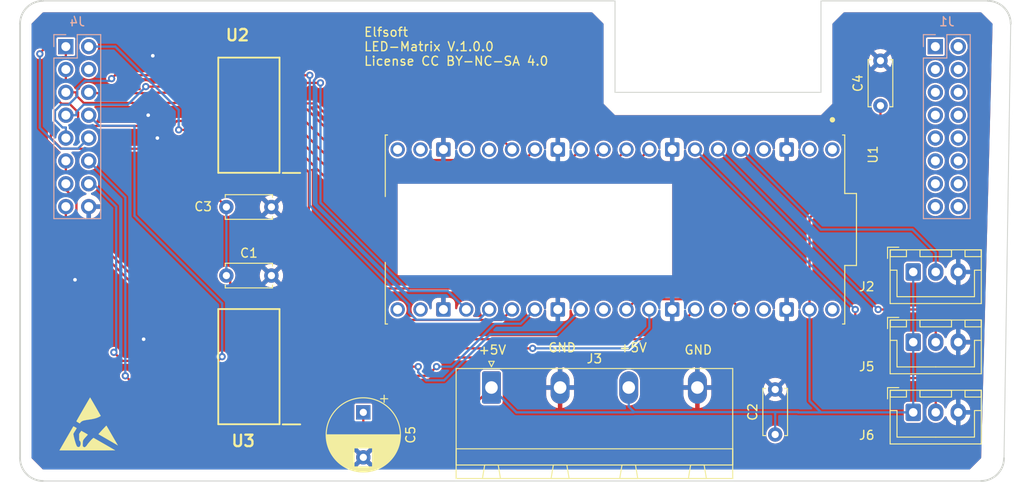
<source format=kicad_pcb>
(kicad_pcb (version 20240108) (generator "pcbnew") (generator_version "8.0")
  (layers (0 "F.Cu" signal) (31 "B.Cu" signal) (34 "B.Paste" user) (35 "F.Paste" user) (36 "B.SilkS" user "B.Silkscreen") (37 "F.SilkS" user "F.Silkscreen") (38 "B.Mask" user) (39 "F.Mask" user) (44 "Edge.Cuts" user))
  (net 0 "")
  (net 1 "+5V")
  (net 2 "GND")
  (net 3 "/RED0")
  (net 4 "/GREEN0")
  (net 5 "/BLUE0")
  (net 7 "/RED1")
  (net 8 "/GREEN1")
  (net 9 "/BLUE1")
  (net 10 "/ADR4")
  (net 11 "/ADR0")
  (net 12 "/ADR1")
  (net 13 "/ADR2")
  (net 14 "/ADR3")
  (net 15 "/LED_CLOCK")
  (net 16 "/LED_LATCH")
  (net 17 "/LED_OE")
  (net 18 "Net-(J5-Pin_2)")
  (net 19 "Net-(J6-Pin_2)")
  (net 20 "Net-(J2-Pin_2)")
  (net 24 "/R1")
  (net 25 "/G1")
  (net 26 "/B1")
  (net 27 "/R2")
  (net 28 "/G2")
  (net 29 "/B2")
  (net 36 "/A0")
  (net 37 "/A1")
  (net 38 "/A2")
  (net 39 "/A3")
  (net 40 "/A4")
  (net 42 "/Latch")
  (net 43 "/OE")
  (net 44 "/Clock")
  (net 46 "+3.3V")
  (footprint "Capacitor_THT:C_Disc_D5.0mm_W2.5mm_P5.00mm" (layer "F.Cu") (at 121.96 78.78)
    (property "Reference" "C1" (at 2.5 -2.5 0) (layer "F.SilkS"))
    (property "Value" "100n")
    (pad "1" thru_hole circle (at 0 0) (size 1.6 1.6) (drill 0.8) (layers "*.Cu" "*.Mask") (net 1 "+5V"))
    (pad "2" thru_hole circle (at 5 0) (size 1.6 1.6) (drill 0.8) (layers "*.Cu" "*.Mask") (net 2 "GND"))
  )
  (footprint "Capacitor_THT:C_Disc_D5.0mm_W2.5mm_P5.00mm" (layer "F.Cu") (at 194.564 59.904 90)
    (property "Reference" "C4" (at 2.5 -2.5 -90) (layer "F.SilkS"))
    (property "Value" "100n")
    (pad "1" thru_hole circle (at 0 0 90) (size 1.6 1.6) (drill 0.8) (layers "*.Cu" "*.Mask") (net 1 "+5V"))
    (pad "2" thru_hole circle (at 5 0 90) (size 1.6 1.6) (drill 0.8) (layers "*.Cu" "*.Mask") (net 2 "GND"))
  )
  (footprint "Connector_Phoenix_GMSTB:PhoenixContact_GMSTBA_2,5_4-G-7,62_1x04_P7.62mm_Horizontal" (layer "F.Cu") (at 151.384 91.2185)
    (property "Reference" "J3" (at 11.43 -3.2 0) (layer "F.SilkS"))
    (property "Value" "Screw_Terminal_01x04" (hide yes))
    (pad "1" thru_hole roundrect (at 0 0) (size 2.1 3.6) (drill 1.4) (layers "*.Cu" "*.Mask") (roundrect_rratio 0.119048) (net 1 "+5V"))
    (pad "2" thru_hole oval (at 7.62 0) (size 2.1 3.6) (drill 1.4) (layers "*.Cu" "*.Mask") (net 2 "GND"))
    (pad "3" thru_hole oval (at 15.24 0) (size 2.1 3.6) (drill 1.4) (layers "*.Cu" "*.Mask") (net 1 "+5V"))
    (pad "4" thru_hole oval (at 22.86 0) (size 2.1 3.6) (drill 1.4) (layers "*.Cu" "*.Mask") (net 2 "GND"))
  )
  (footprint "Symbol:ESD-Logo_6.6x6mm_SilkScreen" (layer "F.Cu") (at 106.68 95.25)
    (property "Reference" "LOGO2" (hide yes))
    (property "Value" "ESD-Logo_6.6x6mm_SilkScreen" (hide yes))
  )
  (footprint "my_library:MODULE_SC0918" (layer "F.Cu") (at 165.1 73.66 -90)
    (property "Reference" "U1" (at -8.325 -28.635 90) (layer "F.SilkS"))
    (property "Value" "Raspberry-Pico")
    (pad "1" thru_hole circle (at -8.89 -24.13 270) (size 1.6 1.6) (drill 1) (layers "*.Cu" "*.Mask"))
    (pad "2" thru_hole circle (at -8.89 -21.59 270) (size 1.6 1.6) (drill 1) (layers "*.Cu" "*.Mask"))
    (pad "3" thru_hole roundrect (at -8.89 -19.05 270) (size 1.6 1.6) (drill 1) (layers "*.Cu" "*.Mask") (roundrect_rratio 0.125) (net 2 "GND"))
    (pad "4" thru_hole circle (at -8.89 -16.51 270) (size 1.6 1.6) (drill 1) (layers "*.Cu" "*.Mask"))
    (pad "5" thru_hole circle (at -8.89 -13.97 270) (size 1.6 1.6) (drill 1) (layers "*.Cu" "*.Mask") (net 20 "Net-(J2-Pin_2)"))
    (pad "6" thru_hole circle (at -8.89 -11.43 270) (size 1.6 1.6) (drill 1) (layers "*.Cu" "*.Mask") (net 18 "Net-(J5-Pin_2)"))
    (pad "7" thru_hole circle (at -8.89 -8.89 270) (size 1.6 1.6) (drill 1) (layers "*.Cu" "*.Mask") (net 19 "Net-(J6-Pin_2)"))
    (pad "8" thru_hole roundrect (at -8.89 -6.35 270) (size 1.6 1.6) (drill 1) (layers "*.Cu" "*.Mask") (roundrect_rratio 0.125) (net 2 "GND"))
    (pad "9" thru_hole circle (at -8.89 -3.81 270) (size 1.6 1.6) (drill 1) (layers "*.Cu" "*.Mask") (net 24 "/R1"))
    (pad "10" thru_hole circle (at -8.89 -1.27 270) (size 1.6 1.6) (drill 1) (layers "*.Cu" "*.Mask") (net 25 "/G1"))
    (pad "11" thru_hole circle (at -8.89 1.27 270) (size 1.6 1.6) (drill 1) (layers "*.Cu" "*.Mask") (net 26 "/B1"))
    (pad "12" thru_hole circle (at -8.89 3.81 270) (size 1.6 1.6) (drill 1) (layers "*.Cu" "*.Mask") (net 27 "/R2"))
    (pad "13" thru_hole roundrect (at -8.89 6.35 270) (size 1.6 1.6) (drill 1) (layers "*.Cu" "*.Mask") (roundrect_rratio 0.125) (net 2 "GND"))
    (pad "14" thru_hole circle (at -8.89 8.89 270) (size 1.6 1.6) (drill 1) (layers "*.Cu" "*.Mask") (net 28 "/G2"))
    (pad "15" thru_hole circle (at -8.89 11.43 270) (size 1.6 1.6) (drill 1) (layers "*.Cu" "*.Mask") (net 29 "/B2"))
    (pad "16" thru_hole circle (at -8.848119 13.97 270) (size 1.6 1.6) (drill 1) (layers "*.Cu" "*.Mask"))
    (pad "17" thru_hole circle (at -8.89 16.51 270) (size 1.6 1.6) (drill 1) (layers "*.Cu" "*.Mask"))
    (pad "18" thru_hole roundrect (at -8.89 19.05 270) (size 1.6 1.6) (drill 1) (layers "*.Cu" "*.Mask") (roundrect_rratio 0.125) (net 2 "GND"))
    (pad "19" thru_hole circle (at -8.89 21.59 270) (size 1.6 1.6) (drill 1) (layers "*.Cu" "*.Mask"))
    (pad "20" thru_hole circle (at -8.89 24.13 270) (size 1.6 1.6) (drill 1) (layers "*.Cu" "*.Mask"))
    (pad "21" thru_hole circle (at 8.89 24.13 270) (size 1.6 1.6) (drill 1) (layers "*.Cu" "*.Mask"))
    (pad "22" thru_hole circle (at 8.89 21.59 270) (size 1.6 1.6) (drill 1) (layers "*.Cu" "*.Mask"))
    (pad "23" thru_hole roundrect (at 8.89 19.05 270) (size 1.6 1.6) (drill 1) (layers "*.Cu" "*.Mask") (roundrect_rratio 0.125) (net 2 "GND"))
    (pad "24" thru_hole circle (at 8.89 16.51 270) (size 1.6 1.6) (drill 1) (layers "*.Cu" "*.Mask") (net 36 "/A0"))
    (pad "25" thru_hole circle (at 8.89 13.97 270) (size 1.6 1.6) (drill 1) (layers "*.Cu" "*.Mask") (net 37 "/A1"))
    (pad "26" thru_hole circle (at 8.89 11.43 270) (size 1.6 1.6) (drill 1) (layers "*.Cu" "*.Mask") (net 38 "/A2"))
    (pad "27" thru_hole circle (at 8.89 8.89 270) (size 1.6 1.6) (drill 1) (layers "*.Cu" "*.Mask") (net 39 "/A3"))
    (pad "28" thru_hole roundrect (at 8.89 6.35 270) (size 1.6 1.6) (drill 1) (layers "*.Cu" "*.Mask") (roundrect_rratio 0.125) (net 2 "GND"))
    (pad "29" thru_hole circle (at 8.89 3.81 270) (size 1.6 1.6) (drill 1) (layers "*.Cu" "*.Mask") (net 40 "/A4"))
    (pad "30" thru_hole circle (at 8.89 1.27 270) (size 1.6 1.6) (drill 1) (layers "*.Cu" "*.Mask"))
    (pad "31" thru_hole circle (at 8.89 -1.27 270) (size 1.6 1.6) (drill 1) (layers "*.Cu" "*.Mask") (net 42 "/Latch"))
    (pad "32" thru_hole circle (at 8.89 -3.81 270) (size 1.6 1.6) (drill 1) (layers "*.Cu" "*.Mask") (net 43 "/OE"))
    (pad "33" thru_hole roundrect (at 8.89 -6.35 270) (size 1.6 1.6) (drill 1) (layers "*.Cu" "*.Mask") (roundrect_rratio 0.125) (net 2 "GND"))
    (pad "34" thru_hole circle (at 8.89 -8.89 270) (size 1.6 1.6) (drill 1) (layers "*.Cu" "*.Mask") (net 44 "/Clock"))
    (pad "35" thru_hole circle (at 8.89 -11.43 270) (size 1.6 1.6) (drill 1) (layers "*.Cu" "*.Mask"))
    (pad "36" thru_hole circle (at 8.89 -13.97 270) (size 1.6 1.6) (drill 1) (layers "*.Cu" "*.Mask") (net 46 "+3.3V"))
    (pad "37" thru_hole circle (at 8.89 -16.51 270) (size 1.6 1.6) (drill 1) (layers "*.Cu" "*.Mask"))
    (pad "38" thru_hole roundrect (at 8.89 -19.05 270) (size 1.6 1.6) (drill 1) (layers "*.Cu" "*.Mask") (roundrect_rratio 0.125) (net 2 "GND"))
    (pad "39" thru_hole circle (at 8.89 -21.59 270) (size 1.6 1.6) (drill 1) (layers "*.Cu" "*.Mask") (net 1 "+5V"))
    (pad "40" thru_hole circle (at 8.89 -24.13 270) (size 1.6 1.6) (drill 1) (layers "*.Cu" "*.Mask"))
  )
  (footprint "Capacitor_THT:C_Disc_D5.0mm_W2.5mm_P5.00mm" (layer "F.Cu") (at 121.96 71.16)
    (property "Reference" "C3" (at -2.58 -0.04 0) (layer "F.SilkS"))
    (property "Value" "100n")
    (pad "1" thru_hole circle (at 0 0) (size 1.6 1.6) (drill 0.8) (layers "*.Cu" "*.Mask") (net 1 "+5V"))
    (pad "2" thru_hole circle (at 5 0) (size 1.6 1.6) (drill 0.8) (layers "*.Cu" "*.Mask") (net 2 "GND"))
  )
  (footprint "Connector_JST:JST_XH_B3B-XH-A_1x03_P2.50mm_Vertical" (layer "F.Cu") (at 198.2 86.18)
    (property "Reference" "J5" (at -5.16 2.72 0) (layer "F.SilkS"))
    (property "Value" "Conn_01x03_Pin" (hide yes))
    (pad "1" thru_hole roundrect (at 0 0) (size 1.7 1.95) (drill 0.95) (layers "*.Cu" "*.Mask") (roundrect_rratio 0.147059) (net 1 "+5V"))
    (pad "2" thru_hole oval (at 2.5 0) (size 1.7 1.95) (drill 0.95) (layers "*.Cu" "*.Mask") (net 18 "Net-(J5-Pin_2)"))
    (pad "3" thru_hole oval (at 5 0) (size 1.7 1.95) (drill 0.95) (layers "*.Cu" "*.Mask") (net 2 "GND"))
  )
  (footprint "Capacitor_THT:C_Disc_D5.0mm_W2.5mm_P5.00mm" (layer "F.Cu") (at 182.88 96.44 90)
    (property "Reference" "C2" (at 2.5 -2.5 90) (layer "F.SilkS"))
    (property "Value" "100n")
    (pad "1" thru_hole circle (at 0 0 90) (size 1.6 1.6) (drill 0.8) (layers "*.Cu" "*.Mask") (net 1 "+5V"))
    (pad "2" thru_hole circle (at 5 0 90) (size 1.6 1.6) (drill 0.8) (layers "*.Cu" "*.Mask") (net 2 "GND"))
  )
  (footprint "my_library:SOIC127P1032X265-20N" (layer "F.Cu") (at 124.46 88.9 180)
    (property "Reference" "U3" (at 0.635 -8.255 180) (layer "F.SilkS") (effects (font (size 1.27 1.27) (thickness 0.254))))
    (property "Value" "74HC245" (hide yes))
    (pad "1" smd rect (at -4.725 -5.715 270) (size 0.7 1.95) (layers "F.Cu" "F.Paste" "F.Mask") (net 46 "+3.3V"))
    (pad "2" smd rect (at -4.725 -4.445 270) (size 0.7 1.95) (layers "F.Cu" "F.Paste" "F.Mask") (net 38 "/A2"))
    (pad "3" smd rect (at -4.725 -3.175 270) (size 0.7 1.95) (layers "F.Cu" "F.Paste" "F.Mask") (net 39 "/A3"))
    (pad "4" smd rect (at -4.725 -1.905 270) (size 0.7 1.95) (layers "F.Cu" "F.Paste" "F.Mask") (net 40 "/A4"))
    (pad "5" smd rect (at -4.725 -0.635 270) (size 0.7 1.95) (layers "F.Cu" "F.Paste" "F.Mask") (net 42 "/Latch"))
    (pad "6" smd rect (at -4.725 0.635 270) (size 0.7 1.95) (layers "F.Cu" "F.Paste" "F.Mask") (net 43 "/OE"))
    (pad "7" smd rect (at -4.725 1.905 270) (size 0.7 1.95) (layers "F.Cu" "F.Paste" "F.Mask") (net 44 "/Clock"))
    (pad "8" smd rect (at -4.725 3.175 270) (size 0.7 1.95) (layers "F.Cu" "F.Paste" "F.Mask"))
    (pad "9" smd rect (at -4.725 4.445 270) (size 0.7 1.95) (layers "F.Cu" "F.Paste" "F.Mask"))
    (pad "10" smd rect (at -4.725 5.715 270) (size 0.7 1.95) (layers "F.Cu" "F.Paste" "F.Mask") (net 2 "GND"))
    (pad "11" smd rect (at 4.725 5.715 270) (size 0.7 1.95) (layers "F.Cu" "F.Paste" "F.Mask"))
    (pad "12" smd rect (at 4.725 4.445 270) (size 0.7 1.95) (layers "F.Cu" "F.Paste" "F.Mask"))
    (pad "13" smd rect (at 4.725 3.175 270) (size 0.7 1.95) (layers "F.Cu" "F.Paste" "F.Mask") (net 15 "/LED_CLOCK"))
    (pad "14" smd rect (at 4.725 1.905 270) (size 0.7 1.95) (layers "F.Cu" "F.Paste" "F.Mask") (net 17 "/LED_OE"))
    (pad "15" smd rect (at 4.725 0.635 270) (size 0.7 1.95) (layers "F.Cu" "F.Paste" "F.Mask") (net 16 "/LED_LATCH"))
    (pad "16" smd rect (at 4.725 -0.635 270) (size 0.7 1.95) (layers "F.Cu" "F.Paste" "F.Mask") (net 10 "/ADR4"))
    (pad "17" smd rect (at 4.725 -1.905 270) (size 0.7 1.95) (layers "F.Cu" "F.Paste" "F.Mask") (net 14 "/ADR3"))
    (pad "18" smd rect (at 4.725 -3.175 270) (size 0.7 1.95) (layers "F.Cu" "F.Paste" "F.Mask") (net 13 "/ADR2"))
    (pad "19" smd rect (at 4.725 -4.445 270) (size 0.7 1.95) (layers "F.Cu" "F.Paste" "F.Mask") (net 2 "GND"))
    (pad "20" smd rect (at 4.725 -5.715 270) (size 0.7 1.95) (layers "F.Cu" "F.Paste" "F.Mask") (net 1 "+5V"))
  )
  (footprint "Connector_JST:JST_XH_B3B-XH-A_1x03_P2.50mm_Vertical" (layer "F.Cu") (at 198.2 93.98)
    (property "Reference" "J6" (at -5.16 2.54 0) (layer "F.SilkS"))
    (property "Value" "Conn_01x03_Pin" (hide yes))
    (pad "1" thru_hole roundrect (at 0 0) (size 1.7 1.95) (drill 0.95) (layers "*.Cu" "*.Mask") (roundrect_rratio 0.147059) (net 1 "+5V"))
    (pad "2" thru_hole oval (at 2.5 0) (size 1.7 1.95) (drill 0.95) (layers "*.Cu" "*.Mask") (net 19 "Net-(J6-Pin_2)"))
    (pad "3" thru_hole oval (at 5 0) (size 1.7 1.95) (drill 0.95) (layers "*.Cu" "*.Mask") (net 2 "GND"))
  )
  (footprint "my_library:SOIC127P1032X265-20N" (layer "F.Cu") (at 124.46 60.96 180)
    (property "Reference" "U2" (at 1.27 8.89 180) (layer "F.SilkS") (effects (font (size 1.27 1.27) (thickness 0.254))))
    (property "Value" "74HC245" (hide yes))
    (pad "1" smd rect (at -4.725 -5.715 270) (size 0.7 1.95) (layers "F.Cu" "F.Paste" "F.Mask") (net 46 "+3.3V"))
    (pad "2" smd rect (at -4.725 -4.445 270) (size 0.7 1.95) (layers "F.Cu" "F.Paste" "F.Mask") (net 24 "/R1"))
    (pad "3" smd rect (at -4.725 -3.175 270) (size 0.7 1.95) (layers "F.Cu" "F.Paste" "F.Mask") (net 25 "/G1"))
    (pad "4" smd rect (at -4.725 -1.905 270) (size 0.7 1.95) (layers "F.Cu" "F.Paste" "F.Mask") (net 26 "/B1"))
    (pad "5" smd rect (at -4.725 -0.635 270) (size 0.7 1.95) (layers "F.Cu" "F.Paste" "F.Mask") (net 27 "/R2"))
    (pad "6" smd rect (at -4.725 0.635 270) (size 0.7 1.95) (layers "F.Cu" "F.Paste" "F.Mask") (net 28 "/G2"))
    (pad "7" smd rect (at -4.725 1.905 270) (size 0.7 1.95) (layers "F.Cu" "F.Paste" "F.Mask") (net 29 "/B2"))
    (pad "8" smd rect (at -4.725 3.175 270) (size 0.7 1.95) (layers "F.Cu" "F.Paste" "F.Mask") (net 36 "/A0"))
    (pad "9" smd rect (at -4.725 4.445 270) (size 0.7 1.95) (layers "F.Cu" "F.Paste" "F.Mask") (net 37 "/A1"))
    (pad "10" smd rect (at -4.725 5.715 270) (size 0.7 1.95) (layers "F.Cu" "F.Paste" "F.Mask") (net 2 "GND"))
    (pad "11" smd rect (at 4.725 5.715 270) (size 0.7 1.95) (layers "F.Cu" "F.Paste" "F.Mask") (net 12 "/ADR1"))
    (pad "12" smd rect (at 4.725 4.445 270) (size 0.7 1.95) (layers "F.Cu" "F.Paste" "F.Mask") (net 11 "/ADR0"))
    (pad "13" smd rect (at 4.725 3.175 270) (size 0.7 1.95) (layers "F.Cu" "F.Paste" "F.Mask") (net 9 "/BLUE1"))
    (pad "14" smd rect (at 4.725 1.905 270) (size 0.7 1.95) (layers "F.Cu" "F.Paste" "F.Mask") (net 8 "/GREEN1"))
    (pad "15" smd rect (at 4.725 0.635 270) (size 0.7 1.95) (layers "F.Cu" "F.Paste" "F.Mask") (net 7 "/RED1"))
    (pad "16" smd rect (at 4.725 -0.635 270) (size 0.7 1.95) (layers "F.Cu" "F.Paste" "F.Mask") (net 5 "/BLUE0"))
    (pad "17" smd rect (at 4.725 -1.905 270) (size 0.7 1.95) (layers "F.Cu" "F.Paste" "F.Mask") (net 4 "/GREEN0"))
    (pad "18" smd rect (at 4.725 -3.175 270) (size 0.7 1.95) (layers "F.Cu" "F.Paste" "F.Mask") (net 3 "/RED0"))
    (pad "19" smd rect (at 4.725 -4.445 270) (size 0.7 1.95) (layers "F.Cu" "F.Paste" "F.Mask") (net 2 "GND"))
    (pad "20" smd rect (at 4.725 -5.715 270) (size 0.7 1.95) (layers "F.Cu" "F.Paste" "F.Mask") (net 1 "+5V"))
  )
  (footprint "Capacitor_THT:CP_Radial_D8.0mm_P5.00mm" (layer "F.Cu") (at 137.16 93.98 -90)
    (property "Reference" "C5" (at 2.5 -5.25 90) (layer "F.SilkS"))
    (property "Value" "22u" (hide yes))
    (pad "1" thru_hole rect (at 0 0 270) (size 1.6 1.6) (drill 0.8) (layers "*.Cu" "*.Mask") (net 1 "+5V"))
    (pad "2" thru_hole circle (at 5 0 270) (size 1.6 1.6) (drill 0.8) (layers "*.Cu" "*.Mask") (net 2 "GND"))
  )
  (footprint "Connector_JST:JST_XH_B3B-XH-A_1x03_P2.50mm_Vertical" (layer "F.Cu") (at 198.2 78.38)
    (property "Reference" "J2" (at -5.16 1.63 0) (layer "F.SilkS"))
    (property "Value" "Conn_01x03_Pin" (hide yes))
    (pad "1" thru_hole roundrect (at 0 0) (size 1.7 1.95) (drill 0.95) (layers "*.Cu" "*.Mask") (roundrect_rratio 0.147059) (net 1 "+5V"))
    (pad "2" thru_hole oval (at 2.5 0) (size 1.7 1.95) (drill 0.95) (layers "*.Cu" "*.Mask") (net 20 "Net-(J2-Pin_2)"))
    (pad "3" thru_hole oval (at 5 0) (size 1.7 1.95) (drill 0.95) (layers "*.Cu" "*.Mask") (net 2 "GND"))
  )
  (footprint "Connector_PinSocket_2.54mm:PinSocket_2x08_P2.54mm_Vertical" (layer "B.Cu") (at 104.14 53.34 180)
    (property "Reference" "J4" (at -1.27 2.77 180) (layer "B.SilkS") (effects (justify mirror)))
    (property "Value" "Conn_02x08_Odd_Even")
    (pad "1" thru_hole rect (at 0 0 180) (size 1.7 1.7) (drill 1) (layers "*.Cu" "*.Mask") (net 3 "/RED0"))
    (pad "2" thru_hole oval (at -2.54 0 180) (size 1.7 1.7) (drill 1) (layers "*.Cu" "*.Mask") (net 4 "/GREEN0"))
    (pad "3" thru_hole oval (at 0 -2.54 180) (size 1.7 1.7) (drill 1) (layers "*.Cu" "*.Mask") (net 5 "/BLUE0"))
    (pad "4" thru_hole oval (at -2.54 -2.54 180) (size 1.7 1.7) (drill 1) (layers "*.Cu" "*.Mask"))
    (pad "5" thru_hole oval (at 0 -5.08 180) (size 1.7 1.7) (drill 1) (layers "*.Cu" "*.Mask") (net 7 "/RED1"))
    (pad "6" thru_hole oval (at -2.54 -5.08 180) (size 1.7 1.7) (drill 1) (layers "*.Cu" "*.Mask") (net 8 "/GREEN1"))
    (pad "7" thru_hole oval (at 0 -7.62 180) (size 1.7 1.7) (drill 1) (layers "*.Cu" "*.Mask") (net 9 "/BLUE1"))
    (pad "8" thru_hole oval (at -2.54 -7.62 180) (size 1.7 1.7) (drill 1) (layers "*.Cu" "*.Mask") (net 10 "/ADR4"))
    (pad "9" thru_hole oval (at 0 -10.16 180) (size 1.7 1.7) (drill 1) (layers "*.Cu" "*.Mask") (net 11 "/ADR0"))
    (pad "10" thru_hole oval (at -2.54 -10.16 180) (size 1.7 1.7) (drill 1) (layers "*.Cu" "*.Mask") (net 12 "/ADR1"))
    (pad "11" thru_hole oval (at 0 -12.7 180) (size 1.7 1.7) (drill 1) (layers "*.Cu" "*.Mask") (net 13 "/ADR2"))
    (pad "12" thru_hole oval (at -2.54 -12.7 180) (size 1.7 1.7) (drill 1) (layers "*.Cu" "*.Mask") (net 14 "/ADR3"))
    (pad "13" thru_hole oval (at 0 -15.24 180) (size 1.7 1.7) (drill 1) (layers "*.Cu" "*.Mask") (net 15 "/LED_CLOCK"))
    (pad "14" thru_hole oval (at -2.54 -15.24 180) (size 1.7 1.7) (drill 1) (layers "*.Cu" "*.Mask") (net 16 "/LED_LATCH"))
    (pad "15" thru_hole oval (at 0 -17.78 180) (size 1.7 1.7) (drill 1) (layers "*.Cu" "*.Mask") (net 17 "/LED_OE"))
    (pad "16" thru_hole oval (at -2.54 -17.78 180) (size 1.7 1.7) (drill 1) (layers "*.Cu" "*.Mask") (net 2 "GND"))
  )
  (footprint "Connector_PinSocket_2.54mm:PinSocket_2x08_P2.54mm_Vertical" (layer "B.Cu") (at 200.66 53.34 180)
    (property "Reference" "J1" (at -1.27 2.77 180) (layer "B.SilkS") (effects (justify mirror)))
    (property "Value" "Conn_02x08_Odd_Even")
    (pad "1" thru_hole rect (at 0 0 180) (size 1.7 1.7) (drill 1) (layers "*.Cu" "*.Mask"))
    (pad "2" thru_hole oval (at -2.54 0 180) (size 1.7 1.7) (drill 1) (layers "*.Cu" "*.Mask"))
    (pad "3" thru_hole oval (at 0 -2.54 180) (size 1.7 1.7) (drill 1) (layers "*.Cu" "*.Mask"))
    (pad "4" thru_hole oval (at -2.54 -2.54 180) (size 1.7 1.7) (drill 1) (layers "*.Cu" "*.Mask"))
    (pad "5" thru_hole oval (at 0 -5.08 180) (size 1.7 1.7) (drill 1) (layers "*.Cu" "*.Mask"))
    (pad "6" thru_hole oval (at -2.54 -5.08 180) (size 1.7 1.7) (drill 1) (layers "*.Cu" "*.Mask"))
    (pad "7" thru_hole oval (at 0 -7.62 180) (size 1.7 1.7) (drill 1) (layers "*.Cu" "*.Mask"))
    (pad "8" thru_hole oval (at -2.54 -7.62 180) (size 1.7 1.7) (drill 1) (layers "*.Cu" "*.Mask"))
    (pad "9" thru_hole oval (at 0 -10.16 180) (size 1.7 1.7) (drill 1) (layers "*.Cu" "*.Mask"))
    (pad "10" thru_hole oval (at -2.54 -10.16 180) (size 1.7 1.7) (drill 1) (layers "*.Cu" "*.Mask"))
    (pad "11" thru_hole oval (at 0 -12.7 180) (size 1.7 1.7) (drill 1) (layers "*.Cu" "*.Mask"))
    (pad "12" thru_hole oval (at -2.54 -12.7 180) (size 1.7 1.7) (drill 1) (layers "*.Cu" "*.Mask"))
    (pad "13" thru_hole oval (at 0 -15.24 180) (size 1.7 1.7) (drill 1) (layers "*.Cu" "*.Mask"))
    (pad "14" thru_hole oval (at -2.54 -15.24 180) (size 1.7 1.7) (drill 1) (layers "*.Cu" "*.Mask"))
    (pad "15" thru_hole oval (at 0 -17.78 180) (size 1.7 1.7) (drill 1) (layers "*.Cu" "*.Mask"))
    (pad "16" thru_hole oval (at -2.54 -17.78 180) (size 1.7 1.7) (drill 1) (layers "*.Cu" "*.Mask"))
  )
  (gr_line (start 165.1 58.42) (end 187.96 58.42) (stroke (width 0.1)) (layer "Edge.Cuts"))
  (gr_line (start 99.06 50.8) (end 99.06 99.06) (stroke (width 0.2)) (layer "Edge.Cuts"))
  (gr_arc (start 206.483949 48.26) (mid 208.28 49.003949) (end 209.023949 50.8) (stroke (width 0.2)) (layer "Edge.Cuts"))
  (gr_line (start 165.1 58.42) (end 165.1 48.26) (stroke (width 0.1)) (layer "Edge.Cuts"))
  (gr_arc (start 99.06 50.8) (mid 99.803949 49.003949) (end 101.6 48.26) (stroke (width 0.2)) (layer "Edge.Cuts"))
  (gr_line (start 209.023949 50.8) (end 208.28 99.06) (stroke (width 0.1)) (layer "Edge.Cuts"))
  (gr_arc (start 208.28 99.06) (mid 207.536051 100.856051) (end 205.74 101.6) (stroke (width 0.2)) (layer "Edge.Cuts"))
  (gr_line (start 206.483949 48.26) (end 187.96 48.26) (stroke (width 0.1)) (layer "Edge.Cuts"))
  (gr_line (start 187.96 58.42) (end 187.96 48.26) (stroke (width 0.1)) (layer "Edge.Cuts"))
  (gr_line (start 205.74 101.6) (end 101.6 101.6) (stroke (width 0.1)) (layer "Edge.Cuts"))
  (gr_line (start 165.1 48.26) (end 101.6 48.26) (stroke (width 0.1)) (layer "Edge.Cuts"))
  (gr_arc (start 101.6 101.6) (mid 99.803949 100.856051) (end 99.06 99.06) (stroke (width 0.2)) (layer "Edge.Cuts"))
  (gr_text "Elfsoft\nLED-Matrix V.1.0.0\nLicense CC BY-NC-SA 4.0\n" (at 137.16 53.34 0) (layer "F.SilkS") (effects (font (size 1 1)) (justify left)))
  (gr_text "GND" (at 172.72 87.63 0) (layer "F.SilkS") (effects (font (size 1 1)) (justify left bottom)))
  (gr_text "+5V" (at 149.86 87.63 0) (layer "F.SilkS") (effects (font (size 1 1)) (justify left bottom)))
  (gr_text "GND" (at 157.607 87.376 0) (layer "F.SilkS") (effects (font (size 1 1)) (justify left bottom)))
  (gr_text "+5V" (at 165.481 87.376 0) (layer "F.SilkS") (effects (font (size 1 1)) (justify left bottom)))
  (segment (start 194.564 69.596) (end 194.564 59.904) (width 0.25) (layer "F.Cu") (net 1))
  (segment (start 119.735 94.615) (end 121.0367 94.615) (width 0.25) (layer "F.Cu") (net 1))
  (segment (start 151.384 91.2185) (end 147.2847 95.3178) (width 0.25) (layer "F.Cu") (net 1))
  (segment (start 137.16 95.3178) (end 124.4419 95.3178) (width 0.25) (layer "F.Cu") (net 1))
  (segment (start 121.0367 70.2367) (end 121.0367 66.675) (width 0.25) (layer "F.Cu") (net 1))
  (segment (start 119.735 66.675) (end 121.0367 66.675) (width 0.25) (layer "F.Cu") (net 1))
  (segment (start 124.4419 95.3178) (end 122.3879 93.2638) (width 0.25) (layer "F.Cu") (net 1))
  (segment (start 121.96 71.16) (end 121.0367 70.2367) (width 0.25) (layer "F.Cu") (net 1))
  (segment (start 193.04 71.12) (end 194.564 69.596) (width 0.25) (layer "F.Cu") (net 1))
  (segment (start 121.96 78.78) (end 122.3879 79.2079) (width 0.25) (layer "F.Cu") (net 1))
  (segment (start 122.3879 93.2638) (end 121.0367 94.615) (width 0.25) (layer "F.Cu") (net 1))
  (segment (start 186.69 72.39) (end 187.96 71.12) (width 0.25) (layer "F.Cu") (net 1))
  (segment (start 187.96 71.12) (end 193.04 71.12) (width 0.25) (layer "F.Cu") (net 1))
  (segment (start 147.2847 95.3178) (end 137.16 95.3178) (width 0.25) (layer "F.Cu") (net 1))
  (segment (start 186.69 82.55) (end 186.69 72.39) (width 0.25) (layer "F.Cu") (net 1))
  (segment (start 122.3879 79.2079) (end 122.3879 93.2638) (width 0.25) (layer "F.Cu") (net 1))
  (segment (start 137.16 93.98) (end 137.16 95.3178) (width 0.25) (layer "F.Cu") (net 1))
  (segment (start 166.624 93.3437) (end 166.624 93.3452) (width 0.25) (layer "B.Cu") (net 1))
  (segment (start 186.69 92.71) (end 187.96 93.98) (width 0.25) (layer "B.Cu") (net 1))
  (segment (start 186.69 82.55) (end 186.69 92.71) (width 0.25) (layer "B.Cu") (net 1))
  (segment (start 185.4512 93.98) (end 185.42 93.9488) (width 0.25) (layer "B.Cu") (net 1))
  (segment (start 167.132 93.98) (end 167.1954 93.9166) (width 0.25) (layer "B.Cu") (net 1))
  (segment (start 198.2 93.98) (end 185.4512 93.98) (width 0.25) (layer "B.Cu") (net 1))
  (segment (start 182.88 93.9488) (end 167.2276 93.9488) (width 0.25) (layer "B.Cu") (net 1))
  (segment (start 154.1455 93.98) (end 167.132 93.98) (width 0.25) (layer "B.Cu") (net 1))
  (segment (start 185.4512 93.9488) (end 185.42 93.9488) (width 0.25) (layer "B.Cu") (net 1))
  (segment (start 182.88 93.9488) (end 182.88 96.44) (width 0.25) (layer "B.Cu") (net 1))
  (segment (start 167.2276 93.9488) (end 166.624 93.3452) (width 0.25) (layer "B.Cu") (net 1))
  (segment (start 198.2 78.38) (end 198.2 86.18) (width 0.25) (layer "B.Cu") (net 1))
  (segment (start 121.96 71.16) (end 121.96 78.78) (width 0.25) (layer "B.Cu") (net 1))
  (segment (start 185.42 93.9488) (end 182.88 93.9488) (width 0.25) (layer "B.Cu") (net 1))
  (segment (start 198.2 86.18) (end 198.2 93.98) (width 0.25) (layer "B.Cu") (net 1))
  (segment (start 166.624 91.2185) (end 166.624 93.3437) (width 0.25) (layer "B.Cu") (net 1))
  (segment (start 151.384 91.2185) (end 154.1455 93.98) (width 0.25) (layer "B.Cu") (net 1))
  (segment (start 119.735 65.405) (end 121.285 65.405) (width 0.25) (layer "F.Cu") (net 2))
  (segment (start 121.92 66.12) (end 126.96 71.16) (width 0.25) (layer "F.Cu") (net 2))
  (segment (start 131.445 83.185) (end 129.185 83.185) (width 0.25) (layer "F.Cu") (net 2))
  (segment (start 121.92 66.04) (end 121.92 66.12) (width 0.25) (layer "F.Cu") (net 2))
  (segment (start 119.735 93.345) (end 117.475 93.345) (width 0.25) (layer "F.Cu") (net 2))
  (segment (start 121.285 65.405) (end 121.92 66.04) (width 0.25) (layer "F.Cu") (net 2))
  (segment (start 131.445 83.185) (end 132.08 83.82) (width 0.25) (layer "F.Cu") (net 2))
  (segment (start 117.475 93.345) (end 116.84 93.98) (width 0.25) (layer "F.Cu") (net 2))
  (via (at 113.792 54.356) (size 0.8) (drill 0.4) (layers "F.Cu" "B.Cu") (net 2))
  (via (at 105.156 79.248) (size 0.8) (drill 0.4) (layers "F.Cu" "B.Cu") (net 2))
  (via (at 114.3 63.5) (size 0.8) (drill 0.4) (layers "F.Cu" "B.Cu") (net 2))
  (via (at 112.776 85.852) (size 0.8) (drill 0.4) (layers "F.Cu" "B.Cu") (net 2))
  (via (at 113.284 60.96) (size 0.8) (drill 0.4) (layers "F.Cu" "B.Cu") (net 2))
  (segment (start 117.879 64.6893) (end 118.4333 64.135) (width 0.25) (layer "F.Cu") (net 3))
  (segment (start 104.14 53.34) (end 104.14 54.5167) (width 0.25) (layer "F.Cu") (net 3))
  (segment (start 119.735 64.135) (end 118.4333 64.135) (width 0.25) (layer "F.Cu") (net 3))
  (segment (start 102.4741 63.5148) (end 103.6486 64.6893) (width 0.25) (layer "F.Cu") (net 3))
  (segment (start 102.4741 55.8149) (end 102.4741 63.5148) (width 0.25) (layer "F.Cu") (net 3))
  (segment (start 103.7723 54.5167) (end 102.4741 55.8149) (width 0.25) (layer "F.Cu") (net 3))
  (segment (start 103.6486 64.6893) (end 117.879 64.6893) (width 0.25) (layer "F.Cu") (net 3))
  (segment (start 104.14 54.5167) (end 103.7723 54.5167) (width 0.25) (layer "F.Cu") (net 3))
  (segment (start 116.6669 62.5885) (end 118.1568 62.5885) (width 0.25) (layer "F.Cu") (net 4))
  (segment (start 119.735 62.865) (end 118.4333 62.865) (width 0.25) (layer "F.Cu") (net 4))
  (segment (start 118.1568 62.5885) (end 118.4333 62.865) (width 0.25) (layer "F.Cu") (net 4))
  (via (at 116.6669 62.5885) (size 0.8) (drill 0.4) (layers "F.Cu" "B.Cu") (net 4))
  (segment (start 109.6306 53.34) (end 116.6669 60.3763) (width 0.25) (layer "B.Cu") (net 4))
  (segment (start 116.6669 60.3763) (end 116.6669 62.5885) (width 0.25) (layer "B.Cu") (net 4))
  (segment (start 106.68 53.34) (end 109.6306 53.34) (width 0.25) (layer "B.Cu") (net 4))
  (segment (start 105.5033 60.6444) (end 104.5489 59.69) (width 0.25) (layer "F.Cu") (net 5))
  (segment (start 106.191 62.1493) (end 105.5033 61.4616) (width 0.25) (layer "F.Cu") (net 5))
  (segment (start 103.6644 59.69) (end 102.9633 58.9889) (width 0.25) (layer "F.Cu") (net 5))
  (segment (start 119.735 61.595) (end 116.4803 61.595) (width 0.25) (layer "F.Cu") (net 5))
  (segment (start 104.5489 59.69) (end 103.6644 59.69) (width 0.25) (layer "F.Cu") (net 5))
  (segment (start 116.4803 61.595) (end 115.926 62.1493) (width 0.25) (layer "F.Cu") (net 5))
  (segment (start 105.5033 61.4616) (end 105.5033 60.6444) (width 0.25) (layer "F.Cu") (net 5))
  (segment (start 102.9633 58.9889) (end 102.9633 57.8656) (width 0.25) (layer "F.Cu") (net 5))
  (segment (start 102.9633 57.8656) (end 103.7722 57.0567) (width 0.25) (layer "F.Cu") (net 5))
  (segment (start 115.926 62.1493) (end 106.191 62.1493) (width 0.25) (layer "F.Cu") (net 5))
  (segment (start 103.7722 57.0567) (end 104.14 57.0567) (width 0.25) (layer "F.Cu") (net 5))
  (segment (start 104.14 55.88) (end 104.14 57.0567) (width 0.25) (layer "F.Cu") (net 5))
  (segment (start 106.1256 59.5967) (end 105.3167 58.7878) (width 0.25) (layer "F.Cu") (net 7))
  (segment (start 105.3167 58.7878) (end 105.3167 58.42) (width 0.25) (layer "F.Cu") (net 7))
  (segment (start 117.705 59.5967) (end 106.1256 59.5967) (width 0.25) (layer "F.Cu") (net 7))
  (segment (start 119.735 60.325) (end 118.4333 60.325) (width 0.25) (layer "F.Cu") (net 7))
  (segment (start 105.3167 58.42) (end 104.14 58.42) (width 0.25) (layer "F.Cu") (net 7))
  (segment (start 118.4333 60.325) (end 117.705 59.5967) (width 0.25) (layer "F.Cu") (net 7))
  (segment (start 113.365605 58.46) (end 113.315605 58.51) (width 0.25) (layer "F.Cu") (net 8))
  (segment (start 119.735 59.055) (end 119.14 58.46) (width 0.25) (layer "F.Cu") (net 8))
  (segment (start 113.315605 58.51) (end 106.77 58.51) (width 0.25) (layer "F.Cu") (net 8))
  (segment (start 106.77 58.51) (end 106.68 58.42) (width 0.25) (layer "F.Cu") (net 8))
  (segment (start 119.14 58.46) (end 113.365605 58.46) (width 0.25) (layer "F.Cu") (net 8))
  (segment (start 119.735 57.785) (end 113.0153 57.785) (width 0.25) (layer "F.Cu") (net 9))
  (via (at 113.0153 57.785) (size 0.8) (drill 0.4) (layers "F.Cu" "B.Cu") (net 9))
  (segment (start 113.0153 57.785) (end 111.017 59.7833) (width 0.25) (layer "B.Cu") (net 9))
  (segment (start 106.1256 59.7833) (end 105.3167 60.5922) (width 0.25) (layer "B.Cu") (net 9))
  (segment (start 105.3167 60.5922) (end 105.3167 60.96) (width 0.25) (layer "B.Cu") (net 9))
  (segment (start 111.017 59.7833) (end 106.1256 59.7833) (width 0.25) (layer "B.Cu") (net 9))
  (segment (start 104.14 60.96) (end 105.3167 60.96) (width 0.25) (layer "B.Cu") (net 9))
  (segment (start 121.0367 88.2437) (end 121.4865 87.7939) (width 0.25) (layer "F.Cu") (net 10))
  (segment (start 119.735 89.535) (end 121.0367 89.535) (width 0.25) (layer "F.Cu") (net 10))
  (segment (start 121.0367 89.535) (end 121.0367 88.2437) (width 0.25) (layer "F.Cu") (net 10))
  (via (at 121.4865 87.7939) (size 0.8) (drill 0.4) (layers "F.Cu" "B.Cu") (net 10))
  (segment (start 107.8567 62.1367) (end 106.68 60.96) (width 0.25) (layer "B.Cu") (net 10))
  (segment (start 111.76 62.1367) (end 107.8567 62.1367) (width 0.25) (layer "B.Cu") (net 10))
  (segment (start 121.4865 87.7939) (end 121.4865 81.8625) (width 0.25) (layer "B.Cu") (net 10))
  (segment (start 121.4865 81.8625) (end 111.76 72.136) (width 0.25) (layer "B.Cu") (net 10))
  (segment (start 111.76 72.136) (end 111.76 62.1367) (width 0.25) (layer "B.Cu") (net 10))
  (segment (start 109.601 56.515) (end 119.735 56.515) (width 0.25) (layer "F.Cu") (net 11))
  (segment (start 109.22 56.896) (end 109.601 56.515) (width 0.25) (layer "F.Cu") (net 11))
  (via (at 109.22 56.896) (size 0.8) (drill 0.4) (layers "F.Cu" "B.Cu") (net 11))
  (segment (start 108.966 57.15) (end 106.2492 57.15) (width 0.25) (layer "B.Cu") (net 11))
  (segment (start 105.41 58.8289) (end 104.4556 59.7833) (width 0.25) (layer "B.Cu") (net 11))
  (segment (start 102.9353 61.4863) (end 103.7723 62.3233) (width 0.25) (layer "B.Cu") (net 11))
  (segment (start 103.7723 62.3233) (end 104.14 62.3233) (width 0.25) (layer "B.Cu") (net 11))
  (segment (start 105.41 57.9892) (end 105.41 58.8289) (width 0.25) (layer "B.Cu") (net 11))
  (segment (start 102.9353 60.4763) (end 102.9353 61.4863) (width 0.25) (layer "B.Cu") (net 11))
  (segment (start 103.6283 59.7833) (end 102.9353 60.4763) (width 0.25) (layer "B.Cu") (net 11))
  (segment (start 106.2492 57.15) (end 105.41 57.9892) (width 0.25) (layer "B.Cu") (net 11))
  (segment (start 109.22 56.896) (end 108.966 57.15) (width 0.25) (layer "B.Cu") (net 11))
  (segment (start 104.14 62.3233) (end 104.14 63.5) (width 0.25) (layer "B.Cu") (net 11))
  (segment (start 104.4556 59.7833) (end 103.6283 59.7833) (width 0.25) (layer "B.Cu") (net 11))
  (segment (start 101.2556 54.0623) (end 101.2556 54.1424) (width 0.25) (layer "F.Cu") (net 12))
  (segment (start 115.3533 52.165) (end 103.1529 52.165) (width 0.25) (layer "F.Cu") (net 12))
  (segment (start 119.735 55.245) (end 118.4333 55.245) (width 0.25) (layer "F.Cu") (net 12))
  (segment (start 118.4333 55.245) (end 115.3533 52.165) (width 0.25) (layer "F.Cu") (net 12))
  (segment (start 103.1529 52.165) (end 101.2556 54.0623) (width 0.25) (layer "F.Cu") (net 12))
  (via (at 101.2556 54.1424) (size 0.8) (drill 0.4) (layers "F.Cu" "B.Cu") (net 12))
  (segment (start 106.68 63.5) (end 105.5033 64.6767) (width 0.25) (layer "B.Cu") (net 12))
  (segment (start 103.5752 64.6767) (end 101.2556 62.3571) (width 0.25) (layer "B.Cu") (net 12))
  (segment (start 105.5033 64.6767) (end 103.5752 64.6767) (width 0.25) (layer "B.Cu") (net 12))
  (segment (start 101.2556 62.3571) (end 101.2556 54.1424) (width 0.25) (layer "B.Cu") (net 12))
  (segment (start 103.7722 67.2167) (end 104.14 67.2167) (width 0.25) (layer "F.Cu") (net 13))
  (segment (start 102.9633 85.6913) (end 102.9633 68.0256) (width 0.25) (layer "F.Cu") (net 13))
  (segment (start 119.735 92.075) (end 109.347 92.075) (width 0.25) (layer "F.Cu") (net 13))
  (segment (start 104.14 67.2167) (end 104.14 66.04) (width 0.25) (layer "F.Cu") (net 13))
  (segment (start 109.347 92.075) (end 102.9633 85.6913) (width 0.25) (layer "F.Cu") (net 13))
  (segment (start 102.9633 68.0256) (end 103.7722 67.2167) (width 0.25) (layer "F.Cu") (net 13))
  (segment (start 111.633 90.805) (end 119.735 90.805) (width 0.25) (layer "F.Cu") (net 14))
  (segment (start 110.744 89.916) (end 111.633 90.805) (width 0.25) (layer "F.Cu") (net 14))
  (via (at 110.744 89.916) (size 0.8) (drill 0.4) (layers "F.Cu" "B.Cu") (net 14))
  (segment (start 110.744 70.104) (end 106.68 66.04) (width 0.25) (layer "B.Cu") (net 14))
  (segment (start 110.744 89.916) (end 110.744 70.104) (width 0.25) (layer "B.Cu") (net 14))
  (segment (start 119.735 85.725) (end 118.4333 85.725) (width 0.25) (layer "F.Cu") (net 15))
  (segment (start 105.3167 72.6084) (end 105.3167 70.4254) (width 0.25) (layer "F.Cu") (net 15))
  (segment (start 105.3167 70.4254) (end 104.14 69.2487) (width 0.25) (layer "F.Cu") (net 15))
  (segment (start 118.4333 85.725) (end 105.3167 72.6084) (width 0.25) (layer "F.Cu") (net 15))
  (segment (start 104.14 69.2487) (end 104.14 68.58) (width 0.25) (layer "F.Cu") (net 15))
  (segment (start 110.4306 88.265) (end 119.735 88.265) (width 0.25) (layer "F.Cu") (net 16))
  (segment (start 109.474 87.3084) (end 110.4306 88.265) (width 0.25) (layer "F.Cu") (net 16))
  (via (at 109.474 87.3084) (size 0.8) (drill 0.4) (layers "F.Cu" "B.Cu") (net 16))
  (segment (start 109.728 71.12) (end 107.188 68.58) (width 0.25) (layer "B.Cu") (net 16))
  (segment (start 107.188 68.58) (end 106.68 68.58) (width 0.25) (layer "B.Cu") (net 16))
  (segment (start 109.474 87.3084) (end 109.728 87.0544) (width 0.25) (layer "B.Cu") (net 16))
  (segment (start 109.728 87.0544) (end 109.728 71.12) (width 0.25) (layer "B.Cu") (net 16))
  (segment (start 118.4333 86.995) (end 118.4333 86.59) (width 0.25) (layer "F.Cu") (net 17))
  (segment (start 104.14 71.12) (end 104.14 72.2967) (width 0.25) (layer "F.Cu") (net 17))
  (segment (start 119.735 86.995) (end 118.4333 86.995) (width 0.25) (layer "F.Cu") (net 17))
  (segment (start 118.4333 86.59) (end 104.14 72.2967) (width 0.25) (layer "F.Cu") (net 17))
  (segment (start 194.31 82.55) (end 199.39 82.55) (width 0.25) (layer "F.Cu") (net 18))
  (segment (start 200.7 83.86) (end 200.7 86.18) (width 0.25) (layer "F.Cu") (net 18))
  (segment (start 199.39 82.55) (end 200.7 83.86) (width 0.25) (layer "F.Cu") (net 18))
  (via (at 194.31 82.55) (size 0.8) (drill 0.4) (layers "F.Cu" "B.Cu") (net 18))
  (segment (start 194.31 82.55) (end 176.53 64.77) (width 0.25) (layer "B.Cu") (net 18))
  (segment (start 200.7 93.98) (end 200.7 91.48) (width 0.25) (layer "F.Cu") (net 19))
  (segment (start 200.66 91.44) (end 199.39 90.17) (width 0.25) (layer "F.Cu") (net 19))
  (segment (start 191.77 90.17) (end 191.77 82.55) (width 0.25) (layer "F.Cu") (net 19))
  (segment (start 199.39 90.17) (end 198.12 90.17) (width 0.25) (layer "F.Cu") (net 19))
  (segment (start 200.7 91.48) (end 200.66 91.44) (width 0.25) (layer "F.Cu") (net 19))
  (segment (start 198.12 90.17) (end 191.77 90.17) (width 0.25) (layer "F.Cu") (net 19))
  (via (at 191.77 82.55) (size 0.8) (drill 0.4) (layers "F.Cu" "B.Cu") (net 19))
  (segment (start 191.77 82.55) (end 173.99 64.77) (width 0.25) (layer "B.Cu") (net 19))
  (segment (start 200.7 78.38) (end 200.7 76.24) (width 0.25) (layer "B.Cu") (net 20))
  (segment (start 187.96 73.66) (end 179.07 64.77) (width 0.25) (layer "B.Cu") (net 20))
  (segment (start 198.12 73.66) (end 187.96 73.66) (width 0.25) (layer "B.Cu") (net 20))
  (segment (start 200.7 76.24) (end 198.12 73.66) (width 0.25) (layer "B.Cu") (net 20))
  (segment (start 130.4867 65.405) (end 132.9318 67.8501) (width 0.25) (layer "F.Cu") (net 24))
  (segment (start 165.8299 67.8501) (end 168.91 64.77) (width 0.25) (layer "F.Cu") (net 24))
  (segment (start 129.185 65.405) (end 130.4867 65.405) (width 0.25) (layer "F.Cu") (net 24))
  (segment (start 132.9318 67.8501) (end 165.8299 67.8501) (width 0.25) (layer "F.Cu") (net 24))
  (segment (start 166.37 64.77) (end 163.7585 67.3815) (width 0.25) (layer "F.Cu") (net 25))
  (segment (start 133.7332 67.3815) (end 130.4867 64.135) (width 0.25) (layer "F.Cu") (net 25))
  (segment (start 129.185 64.135) (end 130.4867 64.135) (width 0.25) (layer "F.Cu") (net 25))
  (segment (start 163.7585 67.3815) (end 133.7332 67.3815) (width 0.25) (layer "F.Cu") (net 25))
  (segment (start 134.5328 66.9111) (end 130.4867 62.865) (width 0.25) (layer "F.Cu") (net 26))
  (segment (start 163.83 64.77) (end 161.6889 66.9111) (width 0.25) (layer "F.Cu") (net 26))
  (segment (start 161.6889 66.9111) (end 134.5328 66.9111) (width 0.25) (layer "F.Cu") (net 26))
  (segment (start 129.185 62.865) (end 130.4867 62.865) (width 0.25) (layer "F.Cu") (net 26))
  (segment (start 135.4952 66.4072) (end 159.6528 66.4072) (width 0.25) (layer "F.Cu") (net 27))
  (segment (start 129.185 61.595) (end 130.683 61.595) (width 0.25) (layer "F.Cu") (net 27))
  (segment (start 159.6528 66.4072) (end 161.29 64.77) (width 0.25) (layer "F.Cu") (net 27))
  (segment (start 130.683 61.595) (end 135.4952 66.4072) (width 0.25) (layer "F.Cu") (net 27))
  (segment (start 130.937 60.325) (end 136.5582 65.9462) (width 0.25) (layer "F.Cu") (net 28))
  (segment (start 129.185 60.325) (end 130.937 60.325) (width 0.25) (layer "F.Cu") (net 28))
  (segment (start 155.0338 65.9462) (end 156.21 64.77) (width 0.25) (layer "F.Cu") (net 28))
  (segment (start 136.5582 65.9462) (end 155.0338 65.9462) (width 0.25) (layer "F.Cu") (net 28))
  (segment (start 149.86 60.96) (end 153.67 64.77) (width 0.25) (layer "F.Cu") (net 29))
  (segment (start 133.096 60.96) (end 149.86 60.96) (width 0.25) (layer "F.Cu") (net 29))
  (segment (start 131.786 59.65) (end 133.096 60.96) (width 0.25) (layer "F.Cu") (net 29))
  (segment (start 129.185 59.055) (end 129.78 59.65) (width 0.25) (layer "F.Cu") (net 29))
  (segment (start 129.78 59.65) (end 131.786 59.65) (width 0.25) (layer "F.Cu") (net 29))
  (segment (start 130.9025 57.3692) (end 130.4867 57.785) (width 0.25) (layer "F.Cu") (net 36))
  (segment (start 132.4033 57.3692) (end 130.9025 57.3692) (width 0.25) (layer "F.Cu") (net 36))
  (segment (start 129.185 57.785) (end 130.4867 57.785) (width 0.25) (layer "F.Cu") (net 36))
  (via (at 132.4033 57.3692) (size 0.8) (drill 0.4) (layers "F.Cu" "B.Cu") (net 36))
  (segment (start 148.59 82.55) (end 146.5486 80.5086) (width 0.25) (layer "B.Cu") (net 36))
  (segment (start 142.234 80.5086) (end 132.4033 70.6779) (width 0.25) (layer "B.Cu") (net 36))
  (segment (start 146.5486 80.5086) (end 142.234 80.5086) (width 0.25) (layer "B.Cu") (net 36))
  (segment (start 132.4033 70.6779) (end 132.4033 57.3692) (width 0.25) (layer "B.Cu") (net 36))
  (segment (start 130.498 56.5263) (end 131.2197 56.5263) (width 0.25) (layer "F.Cu") (net 37))
  (segment (start 129.185 56.515) (end 130.4867 56.515) (width 0.25) (layer "F.Cu") (net 37))
  (segment (start 130.4867 56.515) (end 130.498 56.5263) (width 0.25) (layer "F.Cu") (net 37))
  (via (at 131.2197 56.5263) (size 0.8) (drill 0.4) (layers "F.Cu" "B.Cu") (net 37))
  (segment (start 149.9937 83.6863) (end 151.13 82.55) (width 0.25) (layer "B.Cu") (net 37))
  (segment (start 131.2197 70.9997) (end 142.24 82.02) (width 0.25) (layer "B.Cu") (net 37))
  (segment (start 143.0491 83.6863) (end 149.9937 83.6863) (width 0.25) (layer "B.Cu") (net 37))
  (segment (start 142.24 82.02) (end 142.24 82.8772) (width 0.25) (layer "B.Cu") (net 37))
  (segment (start 142.24 82.8772) (end 143.0491 83.6863) (width 0.25) (layer "B.Cu") (net 37))
  (segment (start 131.2197 56.5263) (end 131.2197 70.9997) (width 0.25) (layer "B.Cu") (net 37))
  (segment (start 128.0746 82.5083) (end 139.3349 82.5083) (width 0.25) (layer "F.Cu") (net 38))
  (segment (start 129.185 93.345) (end 127.8833 93.345) (width 0.25) (layer "F.Cu") (net 38))
  (segment (start 140.5344 83.7078) (end 152.5122 83.7078) (width 0.25) (layer "F.Cu") (net 38))
  (segment (start 139.3349 82.5083) (end 140.5344 83.7078) (width 0.25) (layer "F.Cu") (net 38))
  (segment (start 152.5122 83.7078) (end 153.67 82.55) (width 0.25) (layer "F.Cu") (net 38))
  (segment (start 127.8833 93.345) (end 127.8833 82.6996) (width 0.25) (layer "F.Cu") (net 38))
  (segment (start 127.8833 82.6996) (end 128.0746 82.5083) (width 0.25) (layer "F.Cu") (net 38))
  (segment (start 144.272 89.916) (end 132.588 89.916) (width 0.25) (layer "F.Cu") (net 39))
  (segment (start 132.588 89.916) (end 130.429 92.075) (width 0.25) (layer "F.Cu") (net 39))
  (segment (start 145.288 88.9) (end 144.272 89.916) (width 0.25) (layer "F.Cu") (net 39))
  (segment (start 130.429 92.075) (end 129.185 92.075) (width 0.25) (layer "F.Cu") (net 39))
  (via (at 145.288 88.9) (size 0.8) (drill 0.4) (layers "F.Cu" "B.Cu") (net 39))
  (segment (start 151.7711 84.1365) (end 154.6235 84.1365) (width 0.25) (layer "B.Cu") (net 39))
  (segment (start 154.6235 84.1365) (end 156.21 82.55) (width 0.25) (layer "B.Cu") (net 39))
  (segment (start 145.288 88.9) (end 147.0076 88.9) (width 0.25) (layer "B.Cu") (net 39))
  (segment (start 147.0076 88.9) (end 151.7711 84.1365) (width 0.25) (layer "B.Cu") (net 39))
  (segment (start 132.3917 88.9) (end 130.4867 90.805) (width 0.25) (layer "F.Cu") (net 40))
  (segment (start 143.256 88.9) (end 132.3917 88.9) (width 0.25) (layer "F.Cu") (net 40))
  (segment (start 130.4867 90.805) (end 129.185 90.805) (width 0.25) (layer "F.Cu") (net 40))
  (via (at 143.256 88.9) (size 0.8) (drill 0.4) (layers "F.Cu" "B.Cu") (net 40))
  (segment (start 143.256 88.9) (end 143.256 89.537105) (width 0.25) (layer "B.Cu") (net 40))
  (segment (start 151.251496 85.2925) (end 158.5475 85.2925) (width 0.25) (layer "B.Cu") (net 40))
  (segment (start 158.5475 85.2925) (end 161.29 82.55) (width 0.25) (layer "B.Cu") (net 40))
  (segment (start 144.142895 90.424) (end 146.119996 90.424) (width 0.25) (layer "B.Cu") (net 40))
  (segment (start 146.119996 90.424) (end 151.251496 85.2925) (width 0.25) (layer "B.Cu") (net 40))
  (segment (start 143.256 89.537105) (end 144.142895 90.424) (width 0.25) (layer "B.Cu") (net 40))
  (segment (start 129.185 89.535) (end 130.4867 89.535) (width 0.25) (layer "F.Cu") (net 42))
  (segment (start 167.5149 81.4051) (end 166.37 82.55) (width 0.25) (layer "F.Cu") (net 42))
  (segment (start 175.1666 83.0002) (end 175.1666 82.0725) (width 0.25) (layer "F.Cu") (net 42))
  (segment (start 132.1377 87.884) (end 170.2828 87.884) (width 0.25) (layer "F.Cu") (net 42))
  (segment (start 130.4867 89.535) (end 132.1377 87.884) (width 0.25) (layer "F.Cu") (net 42))
  (segment (start 174.4992 81.4051) (end 167.5149 81.4051) (width 0.25) (layer "F.Cu") (net 42))
  (segment (start 175.1666 82.0725) (end 174.4992 81.4051) (width 0.25) (layer "F.Cu") (net 42))
  (segment (start 170.2828 87.884) (end 175.1666 83.0002) (width 0.25) (layer "F.Cu") (net 42))
  (segment (start 130.4867 88.265) (end 129.185 88.265) (width 0.25) (layer "F.Cu") (net 43))
  (segment (start 131.8837 86.868) (end 130.4867 88.265) (width 0.25) (layer "F.Cu") (net 43))
  (segment (start 155.956 86.868) (end 131.8837 86.868) (width 0.25) (layer "F.Cu") (net 43))
  (via (at 155.956 86.868) (size 0.8) (drill 0.4) (layers "F.Cu" "B.Cu") (net 43))
  (segment (start 155.956 86.868) (end 166.624 86.868) (width 0.25) (layer "B.Cu") (net 43))
  (segment (start 168.91 84.582) (end 168.91 82.55) (width 0.25) (layer "B.Cu") (net 43))
  (segment (start 166.624 86.868) (end 168.91 84.582) (width 0.25) (layer "B.Cu") (net 43))
  (segment (start 130.485 86.4) (end 131.033 85.852) (width 0.25) (layer "F.Cu") (net 44))
  (segment (start 129.185 86.995) (end 129.78 86.4) (width 0.25) (layer "F.Cu") (net 44))
  (segment (start 131.033 85.852) (end 170.688 85.852) (width 0.25) (layer "F.Cu") (net 44))
  (segment (start 129.78 86.4) (end 130.485 86.4) (width 0.25) (layer "F.Cu") (net 44))
  (segment (start 170.688 85.852) (end 173.99 82.55) (width 0.25) (layer "F.Cu") (net 44))
  (segment (start 176.7357 80.2157) (end 132.5741 80.2157) (width 0.25) (layer "F.Cu") (net 46))
  (segment (start 127.4154 82.4564) (end 127.4154 94.1471) (width 0.25) (layer "F.Cu") (net 46))
  (segment (start 131.1151 67.3034) (end 130.4867 66.675) (width 0.25) (layer "F.Cu") (net 46))
  (segment (start 131.1151 78.7567) (end 131.1151 67.3034) (width 0.25) (layer "F.Cu") (net 46))
  (segment (start 129.185 66.675) (end 130.4867 66.675) (width 0.25) (layer "F.Cu") (net 46))
  (segment (start 129.185 94.615) (end 127.8833 94.615) (width 0.25) (layer "F.Cu") (net 46))
  (segment (start 131.1151 78.7567) (end 127.4154 82.4564) (width 0.25) (layer "F.Cu") (net 46))
  (segment (start 127.4154 94.1471) (end 127.8833 94.615) (width 0.25) (layer "F.Cu") (net 46))
  (segment (start 179.07 82.55) (end 176.7357 80.2157) (width 0.25) (layer "F.Cu") (net 46))
  (segment (start 132.5741 80.2157) (end 131.1151 78.7567) (width 0.25) (layer "F.Cu") (net 46))
  (zone (net 2) (net_name "GND") (layers "F&B.Cu") (connect_pads (clearance 0)) (min_thickness 0.25) (fill yes (thermal_gap 0.5) (thermal_bridge_width 0.5))
    (polygon (pts (xy 100.33 50.8) (xy 101.6 49.53) (xy 162.56 49.53) (xy 163.83 50.8) (xy 163.83 59.69) (xy 165.1 60.96) (xy 187.96 60.96) (xy 189.23 59.69) (xy 189.23 50.8) (xy 190.5 49.53) (xy 205.74 49.53) (xy 207.01 50.8) (xy 205.74 99.06) (xy 204.47 100.33) (xy 101.6 100.33) (xy 100.33 99.06)))
  )
  (zone (net 0) (net_name "") (layers "F&B.Cu") (connect_pads (clearance 0)) (min_thickness 0.25)
    (keepout (tracks allowed) (vias allowed) (pads not_allowed) (copperpour not_allowed) (footprints allowed))
    (fill (thermal_gap 0.5) (thermal_bridge_width 0.5))
    (polygon (pts (xy 140.97 68.58) (xy 140.97 78.74) (xy 171.45 78.74) (xy 171.45 68.58)))
  )
)
</source>
